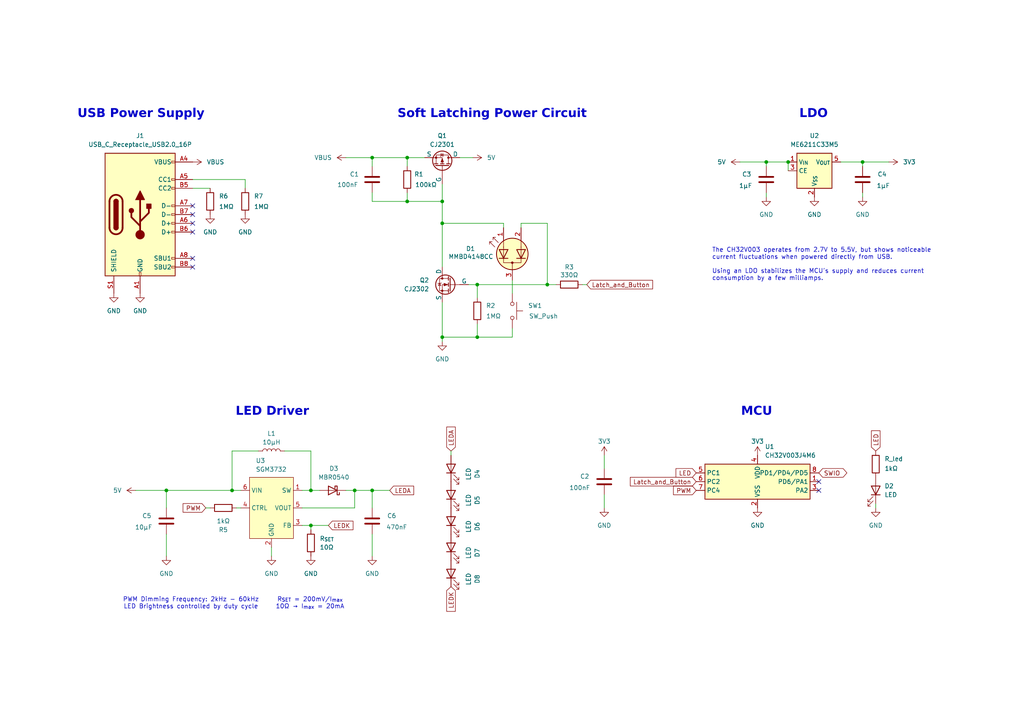
<source format=kicad_sch>
(kicad_sch (version 20250114) (generator "eeschema") (generator_version "9.0")
  (paper "A4")
  (title_block (title "CH32V003 SGM3732 Portable LED Light") (date "2025-08-29") (rev "V1.0"))
  (lib_symbols
    (symbol "Connector:USB_C_Receptacle_USB2.0_16P" (pin_names (offset 1.016))
      (property "Reference" "J" (at 0 22.225 0))
      (property "Value" "USB_C_Receptacle_USB2.0_16P" (at 0 19.685 0))
      (symbol "USB_C_Receptacle_USB2.0_16P_0_0"
        (rectangle (start -0.254 -17.78) (end 0.254 -16.764))
        (rectangle (start 10.16 15.494) (end 9.144 14.986))
        (rectangle (start 10.16 10.414) (end 9.144 9.906))
        (rectangle (start 10.16 7.874) (end 9.144 7.366))
        (rectangle (start 10.16 2.794) (end 9.144 2.286))
        (rectangle (start 10.16 0.254) (end 9.144 -0.254))
        (rectangle (start 10.16 -2.286) (end 9.144 -2.794))
        (rectangle (start 10.16 -4.826) (end 9.144 -5.334))
        (rectangle (start 10.16 -12.446) (end 9.144 -12.954))
        (rectangle (start 10.16 -14.986) (end 9.144 -15.494))
      )
      (symbol "USB_C_Receptacle_USB2.0_16P_0_1"
        (rectangle (start -10.16 17.78) (end 10.16 -17.78) (stroke (width 0.254)) (fill (type background)))
        (polyline (pts (xy -8.89 -3.81) (xy -8.89 3.81)) (stroke (width 0.508)))
        (rectangle (start -7.62 -3.81) (end -6.35 3.81) (stroke (width 0.254)) (fill (type outline)))
        (arc (start -7.62 3.81) (mid -6.985 4.4423) (end -6.35 3.81) (stroke (width 0.254)))
        (arc (start -7.62 3.81) (mid -6.985 4.4423) (end -6.35 3.81) (stroke (width 0.254)) (fill (type outline)))
        (arc (start -8.89 3.81) (mid -6.985 5.7067) (end -5.08 3.81) (stroke (width 0.508)))
        (arc (start -5.08 -3.81) (mid -6.985 -5.7067) (end -8.89 -3.81) (stroke (width 0.508)))
        (arc (start -6.35 -3.81) (mid -6.985 -4.4423) (end -7.62 -3.81) (stroke (width 0.254)))
        (arc (start -6.35 -3.81) (mid -6.985 -4.4423) (end -7.62 -3.81) (stroke (width 0.254)) (fill (type outline)))
        (polyline (pts (xy -5.08 3.81) (xy -5.08 -3.81)) (stroke (width 0.508)))
        (circle (center -2.54 1.143) (radius 0.635) (stroke (width 0.254)) (fill (type outline)))
        (polyline (pts (xy -1.27 4.318) (xy 0 6.858) (xy 1.27 4.318) (xy -1.27 4.318)) (stroke (width 0.254)) (fill (type outline)))
        (polyline (pts (xy 0 -2.032) (xy 2.54 0.508) (xy 2.54 1.778)) (stroke (width 0.508)))
        (polyline (pts (xy 0 -3.302) (xy -2.54 -0.762) (xy -2.54 0.508)) (stroke (width 0.508)))
        (polyline (pts (xy 0 -5.842) (xy 0 4.318)) (stroke (width 0.508)))
        (circle (center 0 -5.842) (radius 1.27) (fill (type outline)))
        (rectangle (start 1.905 1.778) (end 3.175 3.048) (stroke (width 0.254)) (fill (type outline)))
      )
      (symbol "USB_C_Receptacle_USB2.0_16P_1_1"
        (pin passive line (at -7.62 -22.86 90) (length 5.08) (name "SHIELD") (number "S1"))
        (pin passive line (at 0 -22.86 90) (length 5.08) (name "GND") (number "A1"))
        (pin passive line (at 0 -22.86 90) (length 5.08) (hide yes) (name "GND") (number "A12"))
        (pin passive line (at 0 -22.86 90) (length 5.08) (hide yes) (name "GND") (number "B1"))
        (pin passive line (at 0 -22.86 90) (length 5.08) (hide yes) (name "GND") (number "B12"))
        (pin passive line (at 15.24 15.24 180) (length 5.08) (name "VBUS") (number "A4"))
        (pin passive line (at 15.24 15.24 180) (length 5.08) (hide yes) (name "VBUS") (number "A9"))
        (pin passive line (at 15.24 15.24 180) (length 5.08) (hide yes) (name "VBUS") (number "B4"))
        (pin passive line (at 15.24 15.24 180) (length 5.08) (hide yes) (name "VBUS") (number "B9"))
        (pin bidirectional line (at 15.24 10.16 180) (length 5.08) (name "CC1") (number "A5"))
        (pin bidirectional line (at 15.24 7.62 180) (length 5.08) (name "CC2") (number "B5"))
        (pin bidirectional line (at 15.24 2.54 180) (length 5.08) (name "D-") (number "A7"))
        (pin bidirectional line (at 15.24 0 180) (length 5.08) (name "D-") (number "B7"))
        (pin bidirectional line (at 15.24 -2.54 180) (length 5.08) (name "D+") (number "A6"))
        (pin bidirectional line (at 15.24 -5.08 180) (length 5.08) (name "D+") (number "B6"))
        (pin bidirectional line (at 15.24 -12.7 180) (length 5.08) (name "SBU1") (number "A8"))
        (pin bidirectional line (at 15.24 -15.24 180) (length 5.08) (name "SBU2") (number "B8"))
      )
    )
    (symbol "Device:C" (pin_numbers (hide yes)) (pin_names (offset 0.254))
      (property "Reference" "C" (at 0.635 2.54 0))
      (property "Value" "C" (at 0.635 -2.54 0))
      (symbol "C_0_1"
        (polyline (pts (xy -2.032 0.762) (xy 2.032 0.762)) (stroke (width 0.508)))
        (polyline (pts (xy -2.032 -0.762) (xy 2.032 -0.762)) (stroke (width 0.508)))
      )
      (symbol "C_1_1"
        (pin passive line (at 0 3.81 270) (length 2.794) (name "~") (number "1"))
        (pin passive line (at 0 -3.81 90) (length 2.794) (name "~") (number "2"))
      )
    )
    (symbol "Device:D_Schottky" (pin_numbers (hide yes)) (pin_names (offset 1.016) (hide yes))
      (property "Reference" "D" (at 0 2.54 0))
      (property "Value" "D_Schottky" (at 0 -2.54 0))
      (symbol "D_Schottky_0_1"
        (polyline (pts (xy -1.905 0.635) (xy -1.905 1.27) (xy -1.27 1.27) (xy -1.27 -1.27) (xy -0.635 -1.27) (xy -0.635 -0.635)) (stroke (width 0.254)))
        (polyline (pts (xy 1.27 1.27) (xy 1.27 -1.27) (xy -1.27 0) (xy 1.27 1.27)) (stroke (width 0.254)))
        (polyline (pts (xy 1.27 0) (xy -1.27 0)))
      )
      (symbol "D_Schottky_1_1"
        (pin passive line (at -3.81 0 0) (length 2.54) (name "K") (number "1"))
        (pin passive line (at 3.81 0 180) (length 2.54) (name "A") (number "2"))
      )
    )
    (symbol "Device:L" (pin_numbers (hide yes)) (pin_names (offset 1.016) (hide yes))
      (property "Reference" "L" (at -1.27 0 90))
      (property "Value" "L" (at 1.905 0 90))
      (symbol "L_0_1"
        (arc (start 0 2.54) (mid 0.6323 1.905) (end 0 1.27))
        (arc (start 0 1.27) (mid 0.6323 0.635) (end 0 0))
        (arc (start 0 0) (mid 0.6323 -0.635) (end 0 -1.27))
        (arc (start 0 -1.27) (mid 0.6323 -1.905) (end 0 -2.54))
      )
      (symbol "L_1_1"
        (pin passive line (at 0 3.81 270) (length 1.27) (name "1") (number "1"))
        (pin passive line (at 0 -3.81 90) (length 1.27) (name "2") (number "2"))
      )
    )
    (symbol "Device:LED" (pin_numbers (hide yes)) (pin_names (offset 1.016) (hide yes))
      (property "Reference" "D" (at 0 2.54 0))
      (property "Value" "LED" (at 0 -2.54 0))
      (symbol "LED_0_1"
        (polyline (pts (xy -3.048 -0.762) (xy -4.572 -2.286) (xy -3.81 -2.286) (xy -4.572 -2.286) (xy -4.572 -1.524)))
        (polyline (pts (xy -1.778 -0.762) (xy -3.302 -2.286) (xy -2.54 -2.286) (xy -3.302 -2.286) (xy -3.302 -1.524)))
        (polyline (pts (xy -1.27 0) (xy 1.27 0)))
        (polyline (pts (xy -1.27 -1.27) (xy -1.27 1.27)) (stroke (width 0.254)))
        (polyline (pts (xy 1.27 -1.27) (xy 1.27 1.27) (xy -1.27 0) (xy 1.27 -1.27)) (stroke (width 0.254)))
      )
      (symbol "LED_1_1"
        (pin passive line (at -3.81 0 0) (length 2.54) (name "K") (number "1"))
        (pin passive line (at 3.81 0 180) (length 2.54) (name "A") (number "2"))
      )
    )
    (symbol "Device:LED_Dual_AAK" (pin_names (offset 0) (hide yes))
      (property "Reference" "D" (at 0 5.715 0))
      (property "Value" "LED_Dual_AAK" (at 0 -6.35 0))
      (symbol "LED_Dual_AAK_0_1"
        (polyline (pts (xy -4.572 0) (xy -2.54 0)))
        (circle (center -2.54 0) (radius 0.2794) (fill (type outline)))
        (polyline (pts (xy -1.27 1.27) (xy -1.27 3.81)) (stroke (width 0.254)))
        (polyline (pts (xy -1.27 -1.27) (xy -1.27 -3.81)) (stroke (width 0.254)))
        (circle (center 0 0) (radius 4.572) (stroke (width 0.254)) (fill (type background)))
        (polyline (pts (xy 1.27 1.27) (xy 1.27 3.81) (xy -1.27 2.54) (xy 1.27 1.27)) (stroke (width 0.254)))
        (polyline (pts (xy 1.27 -3.81) (xy 1.27 -1.27) (xy -1.27 -2.54) (xy 1.27 -3.81)) (stroke (width 0.254)))
        (polyline (pts (xy 2.032 5.08) (xy 3.556 6.604) (xy 2.794 6.604) (xy 3.556 6.604) (xy 3.556 5.842)))
        (polyline (pts (xy 2.032 2.54) (xy -2.54 2.54) (xy -2.54 -2.54) (xy 2.032 -2.54)))
        (polyline (pts (xy 3.302 4.064) (xy 4.826 5.588) (xy 4.064 5.588) (xy 4.826 5.588) (xy 4.826 4.826)))
        (polyline (pts (xy 3.81 2.54) (xy 1.905 2.54)))
        (polyline (pts (xy 3.81 -2.54) (xy 1.905 -2.54)))
      )
      (symbol "LED_Dual_AAK_1_1"
        (pin input line (at -7.62 0 0) (length 3.048) (name "K") (number "3"))
        (pin input line (at 7.62 2.54 180) (length 3.81) (name "A1") (number "1"))
        (pin input line (at 7.62 -2.54 180) (length 3.81) (name "A2") (number "2"))
      )
    )
    (symbol "Device:R" (pin_numbers (hide yes)) (pin_names (offset 0))
      (property "Reference" "R" (at 2.032 0 90))
      (property "Value" "R" (at 0 0 90))
      (symbol "R_0_1"
        (rectangle (start -1.016 -2.54) (end 1.016 2.54) (stroke (width 0.254)))
      )
      (symbol "R_1_1"
        (pin passive line (at 0 3.81 270) (length 1.27) (name "~") (number "1"))
        (pin passive line (at 0 -3.81 90) (length 1.27) (name "~") (number "2"))
      )
    )
    (symbol "LED_1" (pin_numbers (hide yes)) (pin_names (offset 1.016) (hide yes))
      (property "Reference" "D" (at 0 2.54 0))
      (property "Value" "LED" (at 0 -2.54 0))
      (symbol "LED_1_0_1"
        (polyline (pts (xy -3.048 -0.762) (xy -4.572 -2.286) (xy -3.81 -2.286) (xy -4.572 -2.286) (xy -4.572 -1.524)))
        (polyline (pts (xy -1.778 -0.762) (xy -3.302 -2.286) (xy -2.54 -2.286) (xy -3.302 -2.286) (xy -3.302 -1.524)))
        (polyline (pts (xy -1.27 0) (xy 1.27 0)))
        (polyline (pts (xy -1.27 -1.27) (xy -1.27 1.27)) (stroke (width 0.254)))
        (polyline (pts (xy 1.27 -1.27) (xy 1.27 1.27) (xy -1.27 0) (xy 1.27 -1.27)) (stroke (width 0.254)))
      )
      (symbol "LED_1_1_1"
        (pin passive line (at -3.81 0 0) (length 2.54) (name "K") (number "1"))
        (pin passive line (at 3.81 0 180) (length 2.54) (name "A") (number "2"))
      )
    )
    (symbol "MCU_WCH_CH32V0:CH32V003JxMx"
      (property "Reference" "U" (at -15.24 7.62 0))
      (property "Value" "CH32V003JxMx" (at 15.24 7.62 0))
      (symbol "CH32V003JxMx_1_1"
        (rectangle (start -15.24 5.08) (end 15.24 -5.08) (stroke (width 0.254)) (fill (type background)))
        (pin bidirectional line (at -17.78 2.54 0) (length 2.54) (name "PC1") (number "5"))
        (pin bidirectional line (at -17.78 0 0) (length 2.54) (name "PC2") (number "6"))
        (pin bidirectional line (at -17.78 -2.54 0) (length 2.54) (name "PC4") (number "7"))
        (pin power_in line (at 0 7.62 270) (length 2.54) (name "VDD") (number "4"))
        (pin power_in line (at 0 -7.62 90) (length 2.54) (name "VSS") (number "2"))
        (pin bidirectional line (at 17.78 2.54 180) (length 2.54) (name "PD1/PD4/PD5") (number "8"))
        (pin bidirectional line (at 17.78 0 180) (length 2.54) (name "PD6/PA1") (number "1"))
        (pin bidirectional line (at 17.78 -2.54 180) (length 2.54) (name "PA2") (number "3"))
      )
    )
    (symbol "Regulator_Linear:ME6211C33M5"
      (property "Reference" "U" (at -4.572 6.35 0))
      (property "Value" "ME6211C33M5" (at 10.16 8.636 0))
      (symbol "ME6211C33M5_1_1"
        (rectangle (start -5.08 5.08) (end 5.08 -5.08) (stroke (width 0.254)) (fill (type background)))
        (pin power_in line (at -7.62 2.54 0) (length 2.54) (name "V_{IN}") (number "1"))
        (pin input line (at -7.62 0 0) (length 2.54) (name "CE") (number "3"))
        (pin power_in line (at 0 -7.62 90) (length 2.54) (name "V_{SS}") (number "2"))
        (pin no_connect line (at 5.08 0 180) (length 2.54) (hide yes) (name "NC") (number "4"))
        (pin power_out line (at 7.62 2.54 180) (length 2.54) (name "V_{OUT}") (number "5"))
      )
    )
    (symbol "SGM3732:SGM3732"
      (property "Reference" "U" (at 0 12.446 0))
      (property "Value" "SGM3732" (at 0 10.414 0))
      (symbol "SGM3732_1_1"
        (rectangle (start -6.35 8.89) (end 6.35 -8.89) (fill (type color) (color 255 255 194 1)))
        (pin power_in line (at -8.89 5.08 0) (length 2.54) (name "VIN") (number "6"))
        (pin input line (at -8.89 0 0) (length 2.54) (name "CTRL") (number "4"))
        (pin power_in line (at 0 -11.43 90) (length 2.54) (name "GND") (number "2"))
        (pin output line (at 8.89 5.08 180) (length 2.54) (name "SW") (number "1"))
        (pin power_out line (at 8.89 0 180) (length 2.54) (name "VOUT") (number "5"))
        (pin input line (at 8.89 -5.08 180) (length 2.54) (name "FB") (number "3"))
      )
    )
    (symbol "Simulation_SPICE:NMOS" (pin_numbers (hide yes)) (pin_names (offset 0))
      (property "Reference" "Q" (at 5.08 1.27 0))
      (property "Value" "NMOS" (at 5.08 -1.27 0))
      (symbol "NMOS_0_1"
        (polyline (pts (xy 0.254 1.905) (xy 0.254 -1.905)) (stroke (width 0.254)))
        (polyline (pts (xy 0.254 0) (xy -2.54 0)))
        (polyline (pts (xy 0.762 2.286) (xy 0.762 1.27)) (stroke (width 0.254)))
        (polyline (pts (xy 0.762 0.508) (xy 0.762 -0.508)) (stroke (width 0.254)))
        (polyline (pts (xy 0.762 -1.27) (xy 0.762 -2.286)) (stroke (width 0.254)))
        (polyline (pts (xy 0.762 -1.778) (xy 3.302 -1.778) (xy 3.302 1.778) (xy 0.762 1.778)))
        (polyline (pts (xy 1.016 0) (xy 2.032 0.381) (xy 2.032 -0.381) (xy 1.016 0)) (fill (type outline)))
        (circle (center 1.651 0) (radius 2.794) (stroke (width 0.254)))
        (polyline (pts (xy 2.54 2.54) (xy 2.54 1.778)))
        (circle (center 2.54 1.778) (radius 0.254) (fill (type outline)))
        (circle (center 2.54 -1.778) (radius 0.254) (fill (type outline)))
        (polyline (pts (xy 2.54 -2.54) (xy 2.54 0) (xy 0.762 0)))
        (polyline (pts (xy 2.794 0.508) (xy 2.921 0.381) (xy 3.683 0.381) (xy 3.81 0.254)))
        (polyline (pts (xy 3.302 0.381) (xy 2.921 -0.254) (xy 3.683 -0.254) (xy 3.302 0.381)))
      )
      (symbol "NMOS_1_1"
        (pin input line (at -5.08 0 0) (length 2.54) (name "G") (number "2"))
        (pin passive line (at 2.54 5.08 270) (length 2.54) (name "D") (number "1"))
        (pin passive line (at 2.54 -5.08 90) (length 2.54) (name "S") (number "3"))
      )
    )
    (symbol "Simulation_SPICE:PMOS" (pin_numbers (hide yes)) (pin_names (offset 0))
      (property "Reference" "Q" (at 5.08 1.27 0))
      (property "Value" "PMOS" (at 5.08 -1.27 0))
      (symbol "PMOS_0_1"
        (polyline (pts (xy 0.254 1.905) (xy 0.254 -1.905)) (stroke (width 0.254)))
        (polyline (pts (xy 0.254 0) (xy -2.54 0)))
        (polyline (pts (xy 0.762 2.286) (xy 0.762 1.27)) (stroke (width 0.254)))
        (polyline (pts (xy 0.762 1.778) (xy 3.302 1.778) (xy 3.302 -1.778) (xy 0.762 -1.778)))
        (polyline (pts (xy 0.762 0.508) (xy 0.762 -0.508)) (stroke (width 0.254)))
        (polyline (pts (xy 0.762 -1.27) (xy 0.762 -2.286)) (stroke (width 0.254)))
        (circle (center 1.651 0) (radius 2.794) (stroke (width 0.254)))
        (polyline (pts (xy 2.286 0) (xy 1.27 0.381) (xy 1.27 -0.381) (xy 2.286 0)) (fill (type outline)))
        (polyline (pts (xy 2.54 2.54) (xy 2.54 1.778)))
        (circle (center 2.54 1.778) (radius 0.254) (fill (type outline)))
        (circle (center 2.54 -1.778) (radius 0.254) (fill (type outline)))
        (polyline (pts (xy 2.54 -2.54) (xy 2.54 0) (xy 0.762 0)))
        (polyline (pts (xy 2.794 -0.508) (xy 2.921 -0.381) (xy 3.683 -0.381) (xy 3.81 -0.254)))
        (polyline (pts (xy 3.302 -0.381) (xy 2.921 0.254) (xy 3.683 0.254) (xy 3.302 -0.381)))
      )
      (symbol "PMOS_1_1"
        (pin input line (at -5.08 0 0) (length 2.54) (name "G") (number "2"))
        (pin passive line (at 2.54 5.08 270) (length 2.54) (name "D") (number "1"))
        (pin passive line (at 2.54 -5.08 90) (length 2.54) (name "S") (number "3"))
      )
    )
    (symbol "Switch:SW_Push" (pin_numbers (hide yes)) (pin_names (offset 1.016) (hide yes))
      (property "Reference" "SW" (at 1.27 2.54 0))
      (property "Value" "SW_Push" (at 0 -1.524 0))
      (symbol "SW_Push_0_1"
        (circle (center -2.032 0) (radius 0.508))
        (polyline (pts (xy 0 1.27) (xy 0 3.048)))
        (circle (center 2.032 0) (radius 0.508))
        (polyline (pts (xy 2.54 1.27) (xy -2.54 1.27)))
        (pin passive line (at -5.08 0 0) (length 2.54) (name "1") (number "1"))
        (pin passive line (at 5.08 0 180) (length 2.54) (name "2") (number "2"))
      )
    )
    (symbol "power:+3.3V" (power) (pin_names (offset 0))
      (property "Value" "+3.3V" (at 0 3.556 0))
      (symbol "+3.3V_0_1"
        (polyline (pts (xy -0.762 1.27) (xy 0 2.54)))
        (polyline (pts (xy 0 2.54) (xy 0.762 1.27)))
        (polyline (pts (xy 0 0) (xy 0 2.54)))
      )
      (symbol "+3.3V_1_1"
        (pin power_in line (at 0 0 90) (length 0) (hide yes) (name "+3.3V") (number "1"))
      )
    )
    (symbol "power:GND" (power) (pin_names (offset 0))
      (property "Value" "GND" (at 0 -3.81 0))
      (symbol "GND_0_1"
        (polyline (pts (xy 0 0) (xy 0 -1.27) (xy 1.27 -1.27) (xy 0 -2.54) (xy -1.27 -1.27) (xy 0 -1.27)))
      )
      (symbol "GND_1_1"
        (pin power_in line (at 0 0 270) (length 0) (hide yes) (name "GND") (number "1"))
      )
    )
  )
  (text "MCU" (at 219.456 120.142 0) (effects (font (size 2.54 2.54) (thickness 0.508) (bold yes))))
  (text "Soft Latching Power Circuit\n" (at 142.748 33.782 0) (effects (font (size 2.54 2.54) (thickness 0.508) (bold yes))))
  (text "LDO" (at 235.966 33.782 0) (effects (font (size 2.54 2.54) (thickness 0.508) (bold yes))))
  (text "LED Driver" (at 78.994 120.142 0) (effects (font (size 2.54 2.54) (thickness 0.508) (bold yes))))
  (text "R_{SET} = 200mV/I_{max}\n10Ω → I_{max} = 20mA" (at 89.916 175.006 0) (effects (font (size 1.27 1.27))))
  (text "The CH32V003 operates from 2.7V to 5.5V, but shows noticeable\ncurrent fluctuations when powered directly from USB.\n\nUsing an LDO stabilizes the MCU's supply and reduces current\nconsumption by a few milliamps.\n" (at 206.502 76.708 0) (effects (font (size 1.27 1.27)) (justify left)))
  (text "PWM Dimming Frequency: 2kHz - 60kHz\nLED Brightness controlled by duty cycle" (at 55.372 175.006 0) (effects (font (size 1.27 1.27))))
  (text "USB Power Supply" (at 40.894 33.782 0) (effects (font (size 2.54 2.54) (thickness 0.508) (bold yes))))
  (junction (at 128.27 64.77))
  (junction (at 138.43 97.79))
  (junction (at 118.11 58.42))
  (junction (at 128.27 97.79))
  (junction (at 138.43 82.55))
  (junction (at 90.17 142.24))
  (junction (at 90.17 152.4))
  (junction (at 158.75 82.55))
  (junction (at 107.95 45.72))
  (junction (at 228.6 46.99))
  (junction (at 48.26 142.24))
  (junction (at 102.87 142.24))
  (junction (at 128.27 58.42))
  (junction (at 67.31 142.24))
  (junction (at 250.19 46.99))
  (junction (at 107.95 142.24))
  (junction (at 222.25 46.99))
  (junction (at 118.11 45.72))
  (no_connect (at 237.49 139.7))
  (no_connect (at 55.88 64.77))
  (no_connect (at 55.88 74.93))
  (no_connect (at 55.88 67.31))
  (no_connect (at 55.88 77.47))
  (no_connect (at 55.88 62.23))
  (no_connect (at 55.88 59.69))
  (no_connect (at 237.49 142.24))
  (wire (pts (xy 128.27 64.77) (xy 128.27 77.47)))
  (wire (pts (xy 138.43 97.79) (xy 148.59 97.79)))
  (wire (pts (xy 175.26 132.08) (xy 175.26 135.89)))
  (wire (pts (xy 90.17 152.4) (xy 87.63 152.4)))
  (wire (pts (xy 67.31 142.24) (xy 69.85 142.24)))
  (wire (pts (xy 107.95 142.24) (xy 107.95 147.32)))
  (wire (pts (xy 55.88 52.07) (xy 71.12 52.07)))
  (wire (pts (xy 118.11 45.72) (xy 123.19 45.72)))
  (wire (pts (xy 128.27 58.42) (xy 128.27 64.77)))
  (wire (pts (xy 158.75 82.55) (xy 161.29 82.55)))
  (wire (pts (xy 243.84 46.99) (xy 250.19 46.99)))
  (wire (pts (xy 48.26 161.29) (xy 48.26 154.94)))
  (wire (pts (xy 128.27 64.77) (xy 146.05 64.77)))
  (wire (pts (xy 59.69 147.32) (xy 60.96 147.32)))
  (wire (pts (xy 48.26 142.24) (xy 48.26 147.32)))
  (wire (pts (xy 82.55 130.81) (xy 90.17 130.81)))
  (wire (pts (xy 100.33 45.72) (xy 107.95 45.72)))
  (wire (pts (xy 107.95 142.24) (xy 113.03 142.24)))
  (wire (pts (xy 71.12 52.07) (xy 71.12 54.61)))
  (wire (pts (xy 78.74 161.29) (xy 78.74 158.75)))
  (wire (pts (xy 214.63 46.99) (xy 222.25 46.99)))
  (wire (pts (xy 148.59 81.28) (xy 148.59 85.09)))
  (wire (pts (xy 90.17 153.67) (xy 90.17 152.4)))
  (wire (pts (xy 67.31 130.81) (xy 67.31 142.24)))
  (wire (pts (xy 228.6 46.99) (xy 228.6 49.53)))
  (wire (pts (xy 118.11 48.26) (xy 118.11 45.72)))
  (wire (pts (xy 158.75 64.77) (xy 151.13 64.77)))
  (wire (pts (xy 138.43 82.55) (xy 158.75 82.55)))
  (wire (pts (xy 39.37 142.24) (xy 48.26 142.24)))
  (wire (pts (xy 87.63 147.32) (xy 102.87 147.32)))
  (wire (pts (xy 107.95 48.26) (xy 107.95 45.72)))
  (wire (pts (xy 128.27 87.63) (xy 128.27 97.79)))
  (wire (pts (xy 107.95 161.29) (xy 107.95 154.94)))
  (wire (pts (xy 168.91 82.55) (xy 170.18 82.55)))
  (wire (pts (xy 137.16 45.72) (xy 133.35 45.72)))
  (wire (pts (xy 151.13 64.77) (xy 151.13 66.04)))
  (wire (pts (xy 128.27 97.79) (xy 138.43 97.79)))
  (wire (pts (xy 222.25 46.99) (xy 228.6 46.99)))
  (wire (pts (xy 68.58 147.32) (xy 69.85 147.32)))
  (wire (pts (xy 250.19 48.26) (xy 250.19 46.99)))
  (wire (pts (xy 92.71 142.24) (xy 90.17 142.24)))
  (wire (pts (xy 257.81 46.99) (xy 250.19 46.99)))
  (wire (pts (xy 48.26 142.24) (xy 67.31 142.24)))
  (wire (pts (xy 254 147.32) (xy 254 146.05)))
  (wire (pts (xy 107.95 58.42) (xy 107.95 55.88)))
  (wire (pts (xy 118.11 58.42) (xy 128.27 58.42)))
  (wire (pts (xy 138.43 82.55) (xy 135.89 82.55)))
  (wire (pts (xy 102.87 142.24) (xy 102.87 147.32)))
  (wire (pts (xy 128.27 99.06) (xy 128.27 97.79)))
  (wire (pts (xy 130.81 132.08) (xy 130.81 130.81)))
  (wire (pts (xy 90.17 142.24) (xy 87.63 142.24)))
  (wire (pts (xy 138.43 93.98) (xy 138.43 97.79)))
  (wire (pts (xy 250.19 57.15) (xy 250.19 55.88)))
  (wire (pts (xy 55.88 54.61) (xy 60.96 54.61)))
  (wire (pts (xy 138.43 86.36) (xy 138.43 82.55)))
  (wire (pts (xy 222.25 48.26) (xy 222.25 46.99)))
  (wire (pts (xy 90.17 130.81) (xy 90.17 142.24)))
  (wire (pts (xy 102.87 142.24) (xy 107.95 142.24)))
  (wire (pts (xy 175.26 147.32) (xy 175.26 143.51)))
  (wire (pts (xy 158.75 64.77) (xy 158.75 82.55)))
  (wire (pts (xy 100.33 142.24) (xy 102.87 142.24)))
  (wire (pts (xy 222.25 57.15) (xy 222.25 55.88)))
  (wire (pts (xy 128.27 53.34) (xy 128.27 58.42)))
  (wire (pts (xy 118.11 55.88) (xy 118.11 58.42)))
  (wire (pts (xy 107.95 45.72) (xy 118.11 45.72)))
  (wire (pts (xy 148.59 95.25) (xy 148.59 97.79)))
  (wire (pts (xy 146.05 64.77) (xy 146.05 66.04)))
  (wire (pts (xy 107.95 58.42) (xy 118.11 58.42)))
  (wire (pts (xy 95.25 152.4) (xy 90.17 152.4)))
  (wire (pts (xy 74.93 130.81) (xy 67.31 130.81)))
  (global_label "LEDK" (shape input) (at 130.81 170.18 270) (property "Intersheetrefs" "${INTERSHEET_REFS}" (effects (hide yes))))
  (global_label "LEDA" (shape input) (at 130.81 130.81 90) (property "Intersheetrefs" "${INTERSHEET_REFS}" (effects (hide yes))))
  (global_label "SWIO" (shape bidirectional) (at 237.49 137.16 0) (property "Intersheetrefs" "${INTERSHEET_REFS}" (effects (hide yes))))
  (global_label "PWM" (shape input) (at 59.69 147.32 180) (property "Intersheetrefs" "${INTERSHEET_REFS}" (effects (hide yes))))
  (global_label "Latch_and_Button" (shape input) (at 170.18 82.55 0) (property "Intersheetrefs" "${INTERSHEET_REFS}" (effects (hide yes))))
  (global_label "LEDK" (shape input) (at 95.25 152.4 0) (property "Intersheetrefs" "${INTERSHEET_REFS}" (effects (hide yes))))
  (global_label "Latch_and_Button" (shape input) (at 201.93 139.7 180) (property "Intersheetrefs" "${INTERSHEET_REFS}" (effects (hide yes))))
  (global_label "LEDA" (shape input) (at 113.03 142.24 0) (property "Intersheetrefs" "${INTERSHEET_REFS}" (effects (hide yes))))
  (global_label "PWM" (shape input) (at 201.93 142.24 180) (property "Intersheetrefs" "${INTERSHEET_REFS}" (effects (hide yes))))
  (global_label "LED" (shape input) (at 201.93 137.16 180) (property "Intersheetrefs" "${INTERSHEET_REFS}" (effects (hide yes))))
  (global_label "LED" (shape input) (at 254 130.81 90) (property "Intersheetrefs" "${INTERSHEET_REFS}" (effects (hide yes))))
  (symbol (lib_id "SGM3732:SGM3732") (at 78.74 147.32 0) (unit 1)
    (property "Reference" "U3" (at 74.168 133.604 0) (effects (justify left)))
    (property "Value" "SGM3732" (at 74.168 136.144 0) (effects (justify left)))
  )
  (symbol (lib_id "Regulator_Linear:ME6211C33M5") (at 236.22 49.53 0) (unit 1)
    (property "Reference" "U2" (at 236.22 39.37 0))
    (property "Value" "ME6211C33M5" (at 236.22 41.91 0))
    (property "Footprint" "Package_TO_SOT_SMD:SOT-23-5" (effects (hide yes)))
    (property "Datasheet" "https://www.lcsc.com/datasheet/lcsc_datasheet_2304140030_MICRONE-Nanjing-Micro-One-Elec-ME6211C33R5G_C235316.pdf" (effects (hide yes)))
    (property "Description" "500mA low dropout linear regulator, shutdown pin, 6.5V max input voltage, 3.3V fixed positive output, SOT-23-5" (effects (hide yes)))
  )
  (symbol (lib_id "power:GND") (at 219.71 147.32 0) (unit 1)
    (property "Reference" "#PWR02" (effects (hide yes)))
    (property "Value" "GND" (at 219.71 152.4 0))
  )
  (symbol (lib_id "Connector:USB_C_Receptacle_USB2.0_16P") (at 40.64 62.23 0) (unit 1)
    (property "Reference" "J1" (at 40.64 39.37 0))
    (property "Value" "USB_C_Receptacle_USB2.0_16P" (at 40.64 41.91 0))
    (property "Datasheet" "https://www.usb.org/sites/default/files/documents/usb_type-c.zip" (effects (hide yes)))
    (property "Description" "USB 2.0-only 16P Type-C Receptacle connector" (effects (hide yes)))
  )
  (symbol (lib_id "power:GND") (at 107.95 161.29 0) (unit 1)
    (property "Reference" "#PWR016" (effects (hide yes)))
    (property "Value" "GND" (at 107.95 166.37 0))
  )
  (symbol (lib_id "MCU_WCH_CH32V0:CH32V003JxMx") (at 219.71 139.7 0) (unit 1)
    (property "Reference" "U1" (at 221.8533 129.54 0) (effects (justify left)))
    (property "Value" "CH32V003J4M6" (at 221.8533 132.08 0) (effects (justify left)))
    (property "Footprint" "Package_SO:JEITA_SOIC-8_3.9x4.9mm_P1.27mm" (effects (hide yes)))
    (property "Datasheet" "https://www.wch-ic.com/products/CH32V003.html" (effects (hide yes)))
    (property "Description" "CH32V003 series are industrial-grade general-purpose microcontrollers designed based on 32-bit RISC-V instruction set and architecture. It adopts QingKe V2A core, RV32EC instruction set, and supports 2 levels of interrupt nesting. The series are mounted with rich peripheral interfaces and function modules. Its internal organizational structure meets the low-cost and low-power embedded application scenarios. JEITA SOIC-8 (SOP-8)" (effects (hide yes)))
  )
  (symbol (lib_id "Device:C") (at 48.26 151.13 0) (mirror y) (unit 1)
    (property "Reference" "C5" (at 43.942 149.606 0) (effects (justify left)))
    (property "Value" "10µF" (at 44.196 152.908 0) (effects (justify left)))
  )
  (symbol (lib_id "power:+3.3V") (at 175.26 132.08 0) (mirror y) (unit 1)
    (property "Reference" "#PWR06" (effects (hide yes)))
    (property "Value" "3V3" (at 175.26 128.016 0))
  )
  (symbol (lib_id "Device:R") (at 118.11 52.07 180) (unit 1)
    (property "Reference" "R1" (at 120.142 50.546 0) (effects (justify right)))
    (property "Value" "100kΩ" (at 120.396 53.594 0) (effects (justify right)))
  )
  (symbol (lib_id "power:GND") (at 78.74 161.29 0) (unit 1)
    (property "Reference" "#PWR015" (effects (hide yes)))
    (property "Value" "GND" (at 78.74 166.37 0))
  )
  (symbol (lib_name "LED_1") (lib_id "Device:LED") (at 130.81 143.51 90) (unit 1)
    (property "Reference" "D5" (at 138.43 145.0975 0))
    (property "Value" "LED" (at 135.89 145.0975 0))
    (property "Description" "Light emitting diode" (effects (hide yes)))
    (property "Sim.Pins" "1=K 2=A" (effects (hide yes)))
  )
  (symbol (lib_id "power:+3.3V") (at 137.16 45.72 270) (mirror x) (unit 1)
    (property "Reference" "#PWR011" (effects (hide yes)))
    (property "Value" "5V" (at 141.224 45.72 90) (effects (justify left)))
  )
  (symbol (lib_id "power:GND") (at 71.12 62.23 0) (unit 1)
    (property "Reference" "#PWR023" (effects (hide yes)))
    (property "Value" "GND" (at 71.12 67.31 0))
  )
  (symbol (lib_id "power:+3.3V") (at 257.81 46.99 270) (unit 1)
    (property "Reference" "#PWR013" (effects (hide yes)))
    (property "Value" "3V3" (at 261.874 46.99 90) (effects (justify left)))
  )
  (symbol (lib_id "Device:R") (at 60.96 58.42 0) (unit 1)
    (property "Reference" "R6" (at 63.5 56.896 0) (effects (justify left)))
    (property "Value" "1MΩ" (at 63.5 59.944 0) (effects (justify left)))
  )
  (symbol (lib_name "LED_1") (lib_id "Device:LED") (at 130.81 166.37 90) (unit 1)
    (property "Reference" "D8" (at 138.43 167.9575 0))
    (property "Value" "LED" (at 135.89 167.9575 0))
    (property "Description" "Light emitting diode" (effects (hide yes)))
    (property "Sim.Pins" "1=K 2=A" (effects (hide yes)))
  )
  (symbol (lib_id "Device:R") (at 90.17 157.48 0) (unit 1)
    (property "Reference" "R_{SET}" (at 92.71 156.2099 0) (effects (justify left)))
    (property "Value" "10Ω" (at 92.71 158.7499 0) (effects (justify left)))
    (property "Description" "Resistor" (effects (hide yes)))
  )
  (symbol (lib_id "Device:C") (at 175.26 139.7 0) (mirror y) (unit 1)
    (property "Reference" "C2" (at 170.942 138.176 0) (effects (justify left)))
    (property "Value" "100nF" (at 171.196 141.478 0) (effects (justify left)))
  )
  (symbol (lib_id "Device:L") (at 78.74 130.81 90) (unit 1)
    (property "Reference" "L1" (at 78.74 125.73 90))
    (property "Value" "10µH" (at 78.74 128.27 90))
    (property "Description" "Inductor" (effects (hide yes)))
  )
  (symbol (lib_name "LED_1") (lib_id "Device:LED") (at 130.81 135.89 90) (unit 1)
    (property "Reference" "D4" (at 138.43 137.4775 0))
    (property "Value" "LED" (at 135.89 137.4775 0))
    (property "Description" "Light emitting diode" (effects (hide yes)))
    (property "Sim.Pins" "1=K 2=A" (effects (hide yes)))
  )
  (symbol (lib_id "power:GND") (at 222.25 57.15 0) (unit 1)
    (property "Reference" "#PWR09" (effects (hide yes)))
    (property "Value" "GND" (at 222.25 62.23 0))
  )
  (symbol (lib_name "LED_1") (lib_id "Device:LED") (at 130.81 151.13 90) (unit 1)
    (property "Reference" "D6" (at 138.43 152.7175 0))
    (property "Value" "LED" (at 135.89 152.7175 0))
    (property "Description" "Light emitting diode" (effects (hide yes)))
    (property "Sim.Pins" "1=K 2=A" (effects (hide yes)))
  )
  (symbol (lib_id "Device:R") (at 254 134.62 0) (unit 1)
    (property "Reference" "R_led" (at 256.54 133.096 0) (effects (justify left)))
    (property "Value" "1kΩ" (at 256.54 135.89 0) (effects (justify left)))
  )
  (symbol (lib_id "Device:D_Schottky") (at 96.52 142.24 180) (unit 1)
    (property "Reference" "D3" (at 96.8375 135.89 0))
    (property "Value" "MBR0540" (at 96.8375 138.43 0))
    (property "Description" "Schottky diode" (effects (hide yes)))
  )
  (symbol (lib_id "Device:LED_Dual_AAK") (at 148.59 73.66 90) (unit 1)
    (property "Reference" "D1" (at 135.128 72.136 90) (effects (justify right)))
    (property "Value" "MMBD4148CC" (at 130.048 74.422 90) (effects (justify right)))
    (property "Description" "Dual LED, common cathode on pin 3" (effects (hide yes)))
  )
  (symbol (lib_id "Device:C") (at 250.19 52.07 0) (unit 1)
    (property "Reference" "C4" (at 254.508 50.546 0) (effects (justify left)))
    (property "Value" "1µF" (at 254.254 53.848 0) (effects (justify left)))
  )
  (symbol (lib_id "power:GND") (at 48.26 161.29 0) (unit 1)
    (property "Reference" "#PWR017" (effects (hide yes)))
    (property "Value" "GND" (at 48.26 166.37 0))
  )
  (symbol (lib_id "Switch:SW_Push") (at 148.59 90.17 270) (mirror x) (unit 1)
    (property "Reference" "SW1" (at 153.162 88.646 90) (effects (justify left)))
    (property "Value" "SW_Push" (at 153.416 91.694 90) (effects (justify left)))
  )
  (symbol (lib_id "power:+3.3V") (at 219.71 132.08 0) (unit 1)
    (property "Reference" "#PWR04" (effects (hide yes)))
    (property "Value" "3V3" (at 219.71 128.016 0))
  )
  (symbol (lib_id "power:+3.3V") (at 214.63 46.99 90) (unit 1)
    (property "Reference" "#PWR012" (effects (hide yes)))
    (property "Value" "5V" (at 210.566 46.99 90) (effects (justify left)))
  )
  (symbol (lib_id "power:GND") (at 236.22 57.15 0) (unit 1)
    (property "Reference" "#PWR08" (effects (hide yes)))
    (property "Value" "GND" (at 236.22 62.23 0))
  )
  (symbol (lib_id "power:GND") (at 250.19 57.15 0) (unit 1)
    (property "Reference" "#PWR010" (effects (hide yes)))
    (property "Value" "GND" (at 250.19 62.23 0))
  )
  (symbol (lib_id "Simulation_SPICE:PMOS") (at 128.27 48.26 270) (mirror x) (unit 1)
    (property "Reference" "Q1" (at 128.27 39.37 90))
    (property "Value" "CJ2301" (at 128.27 41.91 90))
    (property "Datasheet" "https://ngspice.sourceforge.io/docs/ngspice-manual.pdf" (effects (hide yes)))
    (property "Sim.Device" "PMOS" (effects (hide yes)))
    (property "Sim.Type" "VDMOS" (effects (hide yes)))
    (property "Sim.Pins" "1=D 2=G 3=S" (effects (hide yes)))
  )
  (symbol (lib_id "power:+3.3V") (at 55.88 46.99 270) (mirror x) (unit 1)
    (property "Reference" "#PWR019" (effects (hide yes)))
    (property "Value" "VBUS" (at 59.944 46.99 90) (effects (justify left)))
  )
  (symbol (lib_id "power:GND") (at 90.17 161.29 0) (unit 1)
    (property "Reference" "#PWR018" (effects (hide yes)))
    (property "Value" "GND" (at 90.17 166.37 0))
  )
  (symbol (lib_id "Device:C") (at 222.25 52.07 0) (mirror y) (unit 1)
    (property "Reference" "C3" (at 217.932 50.546 0) (effects (justify left)))
    (property "Value" "1µF" (at 218.186 53.848 0) (effects (justify left)))
  )
  (symbol (lib_id "power:GND") (at 33.02 85.09 0) (unit 1)
    (property "Reference" "#PWR020" (effects (hide yes)))
    (property "Value" "GND" (at 33.02 90.17 0))
  )
  (symbol (lib_id "Device:R") (at 138.43 90.17 0) (unit 1)
    (property "Reference" "R2" (at 140.97 88.646 0) (effects (justify left)))
    (property "Value" "1MΩ" (at 140.97 91.694 0) (effects (justify left)))
  )
  (symbol (lib_id "power:+3.3V") (at 100.33 45.72 90) (unit 1)
    (property "Reference" "#PWR03" (effects (hide yes)))
    (property "Value" "VBUS" (at 96.266 45.72 90) (effects (justify left)))
  )
  (symbol (lib_id "Device:C") (at 107.95 52.07 0) (mirror y) (unit 1)
    (property "Reference" "C1" (at 104.14 50.546 0) (effects (justify left)))
    (property "Value" "100nF" (at 103.886 53.594 0) (effects (justify left)))
  )
  (symbol (lib_id "power:GND") (at 60.96 62.23 0) (unit 1)
    (property "Reference" "#PWR022" (effects (hide yes)))
    (property "Value" "GND" (at 60.96 67.31 0))
  )
  (symbol (lib_id "Device:R") (at 64.77 147.32 270) (mirror x) (unit 1)
    (property "Reference" "R5" (at 64.77 153.67 90))
    (property "Value" "1kΩ" (at 64.77 151.13 90))
    (property "Description" "Resistor" (effects (hide yes)))
  )
  (symbol (lib_id "power:GND") (at 175.26 147.32 0) (mirror y) (unit 1)
    (property "Reference" "#PWR05" (effects (hide yes)))
    (property "Value" "GND" (at 175.26 152.4 0))
  )
  (symbol (lib_id "Device:R") (at 165.1 82.55 90) (unit 1)
    (property "Reference" "R3" (at 165.1 77.47 90))
    (property "Value" "330Ω" (at 165.1 79.756 90))
  )
  (symbol (lib_id "power:GND") (at 128.27 99.06 0) (unit 1)
    (property "Reference" "#PWR01" (effects (hide yes)))
    (property "Value" "GND" (at 128.27 104.14 0))
  )
  (symbol (lib_id "power:GND") (at 40.64 85.09 0) (unit 1)
    (property "Reference" "#PWR021" (effects (hide yes)))
    (property "Value" "GND" (at 40.64 90.17 0))
  )
  (symbol (lib_id "power:GND") (at 254 147.32 0) (unit 1)
    (property "Reference" "#PWR07" (effects (hide yes)))
    (property "Value" "GND" (at 254 152.4 0))
  )
  (symbol (lib_id "Device:C") (at 107.95 151.13 0) (unit 1)
    (property "Reference" "C6" (at 112.268 149.606 0) (effects (justify left)))
    (property "Value" "470nF" (at 112.014 152.908 0) (effects (justify left)))
  )
  (symbol (lib_id "Device:LED") (at 254 142.24 270) (mirror x) (unit 1)
    (property "Reference" "D2" (at 256.54 140.97 90) (effects (justify left)))
    (property "Value" "LED" (at 256.54 143.51 90) (effects (justify left)))
  )
  (symbol (lib_id "Simulation_SPICE:NMOS") (at 130.81 82.55 0) (mirror y) (unit 1)
    (property "Reference" "Q2" (at 124.46 81.2799 0) (effects (justify left)))
    (property "Value" "CJ2302" (at 124.46 83.8199 0) (effects (justify left)))
    (property "Datasheet" "https://ngspice.sourceforge.io/docs/ngspice-manual.pdf" (effects (hide yes)))
    (property "Sim.Device" "NMOS" (effects (hide yes)))
    (property "Sim.Type" "VDMOS" (effects (hide yes)))
    (property "Sim.Pins" "1=D 2=G 3=S" (effects (hide yes)))
  )
  (symbol (lib_id "Device:R") (at 71.12 58.42 0) (unit 1)
    (property "Reference" "R7" (at 73.66 56.896 0) (effects (justify left)))
    (property "Value" "1MΩ" (at 73.66 59.944 0) (effects (justify left)))
  )
  (symbol (lib_name "LED_1") (lib_id "Device:LED") (at 130.81 158.75 90) (unit 1)
    (property "Reference" "D7" (at 138.43 160.3375 0))
    (property "Value" "LED" (at 135.89 160.3375 0))
    (property "Description" "Light emitting diode" (effects (hide yes)))
    (property "Sim.Pins" "1=K 2=A" (effects (hide yes)))
  )
  (symbol (lib_id "power:+3.3V") (at 39.37 142.24 90) (unit 1)
    (property "Reference" "#PWR014" (effects (hide yes)))
    (property "Value" "5V" (at 35.306 142.24 90) (effects (justify left)))
  )
)
</source>
